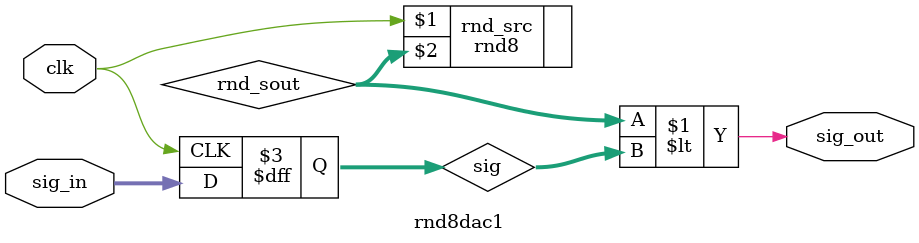
<source format=v>
module rnd8dac1(clk, sig_in, sig_out);
input clk;
input [7:0] sig_in;
output wire sig_out;

reg [7:0] sig;

wire [7:0] rnd_sout;
rnd8 rnd_src(clk, rnd_sout);

assign sig_out = (rnd_sout<sig);

always @(posedge clk) begin
	sig <= sig_in;
end

endmodule

</source>
